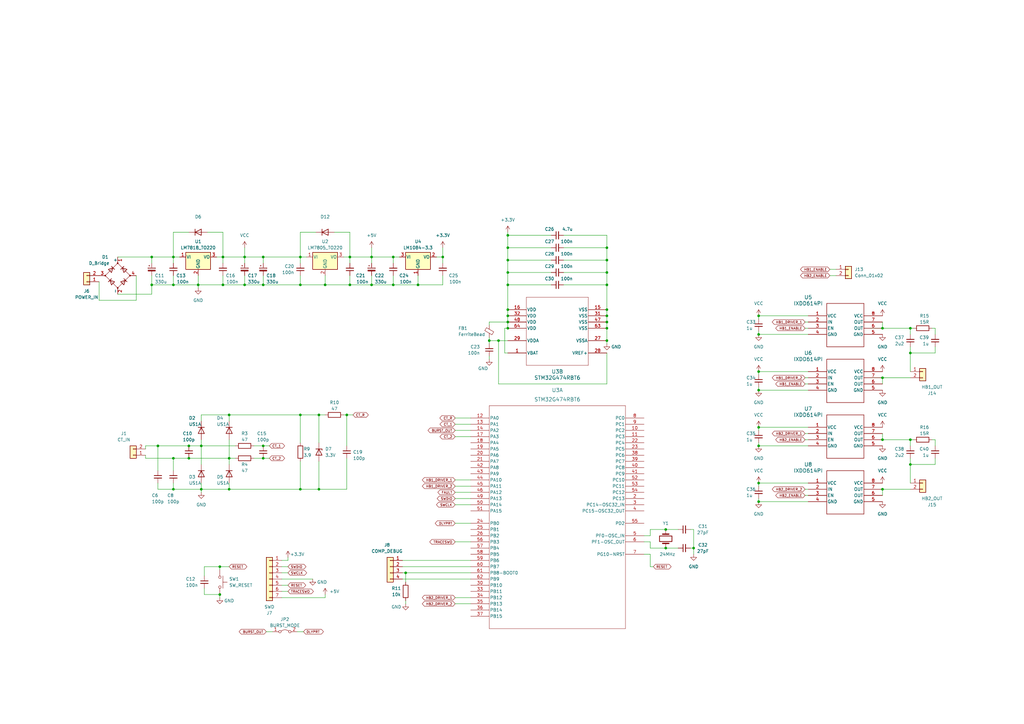
<source format=kicad_sch>
(kicad_sch (version 20230121) (generator eeschema)
  (paper "A3")
  (junction (at 208.28 106.68))
  (junction (at 62.23 105.41))
  (junction (at 311.15 175.26))
  (junction (at 311.15 160.02))
  (junction (at 273.05 217.17))
  (junction (at 208.28 132.08))
  (junction (at 107.95 105.41))
  (junction (at 248.92 132.08))
  (junction (at 90.17 232.41))
  (junction (at 248.92 111.76))
  (junction (at 284.48 224.79))
  (junction (at 171.45 116.84))
  (junction (at 311.15 152.4))
  (junction (at 204.47 139.7))
  (junction (at 361.95 134.62))
  (junction (at 373.38 180.34))
  (junction (at 82.55 200.66))
  (junction (at 143.51 116.84))
  (junction (at 107.95 187.96))
  (junction (at 100.33 105.41))
  (junction (at 248.92 116.84))
  (junction (at 90.17 243.84))
  (junction (at 248.92 129.54))
  (junction (at 123.19 105.41))
  (junction (at 161.29 116.84))
  (junction (at 93.98 170.18))
  (junction (at 107.95 182.88))
  (junction (at 200.66 139.7))
  (junction (at 133.35 116.84))
  (junction (at 62.23 116.84))
  (junction (at 77.47 182.88))
  (junction (at 91.44 116.84))
  (junction (at 64.77 182.88))
  (junction (at 208.28 101.6))
  (junction (at 311.15 129.54))
  (junction (at 91.44 105.41))
  (junction (at 208.28 134.62))
  (junction (at 123.19 116.84))
  (junction (at 152.4 116.84))
  (junction (at 71.12 105.41))
  (junction (at 373.38 134.62))
  (junction (at 361.95 200.66))
  (junction (at 311.15 198.12))
  (junction (at 71.12 200.66))
  (junction (at 273.05 224.79))
  (junction (at 152.4 105.41))
  (junction (at 248.92 106.68))
  (junction (at 248.92 127))
  (junction (at 248.92 101.6))
  (junction (at 143.51 105.41))
  (junction (at 311.15 182.88))
  (junction (at 142.24 170.18))
  (junction (at 248.92 134.62))
  (junction (at 82.55 182.88))
  (junction (at 166.37 234.95))
  (junction (at 93.98 200.66))
  (junction (at 71.12 187.96))
  (junction (at 373.38 144.78))
  (junction (at 208.28 116.84))
  (junction (at 77.47 187.96))
  (junction (at 361.95 180.34))
  (junction (at 208.28 127))
  (junction (at 100.33 116.84))
  (junction (at 107.95 116.84))
  (junction (at 81.28 116.84))
  (junction (at 130.81 200.66))
  (junction (at 311.15 205.74))
  (junction (at 208.28 96.52))
  (junction (at 123.19 170.18))
  (junction (at 361.95 154.94))
  (junction (at 208.28 129.54))
  (junction (at 248.92 139.7))
  (junction (at 93.98 187.96))
  (junction (at 71.12 116.84))
  (junction (at 161.29 105.41))
  (junction (at 373.38 190.5))
  (junction (at 311.15 137.16))
  (junction (at 130.81 170.18))
  (junction (at 208.28 111.76))
  (junction (at 123.19 200.66))
  (junction (at 181.61 105.41))
  (wire (pts (xy 186.69 171.45) (xy 193.04 171.45)))
  (wire (pts (xy 331.47 129.54) (xy 311.15 129.54)))
  (wire (pts (xy 115.57 229.87) (xy 118.11 229.87)))
  (wire (pts (xy 264.16 219.71) (xy 266.7 219.71)))
  (wire (pts (xy 91.44 116.84) (xy 100.33 116.84)))
  (wire (pts (xy 104.14 187.96) (xy 107.95 187.96)))
  (wire (pts (xy 59.69 186.69) (xy 59.69 187.96)))
  (wire (pts (xy 311.15 198.12) (xy 311.15 199.39)))
  (wire (pts (xy 83.82 241.3) (xy 83.82 243.84)))
  (wire (pts (xy 273.05 217.17) (xy 278.13 217.17)))
  (wire (pts (xy 81.28 113.03) (xy 81.28 116.84)))
  (wire (pts (xy 93.98 198.12) (xy 93.98 200.66)))
  (wire (pts (xy 231.14 106.68) (xy 248.92 106.68)))
  (wire (pts (xy 123.19 105.41) (xy 123.19 107.95)))
  (wire (pts (xy 208.28 132.08) (xy 208.28 134.62)))
  (wire (pts (xy 142.24 170.18) (xy 140.97 170.18)))
  (wire (pts (xy 142.24 187.96) (xy 142.24 200.66)))
  (wire (pts (xy 123.19 113.03) (xy 123.19 116.84)))
  (wire (pts (xy 248.92 139.7) (xy 248.92 140.97)))
  (wire (pts (xy 331.47 198.12) (xy 311.15 198.12)))
  (wire (pts (xy 208.28 95.25) (xy 208.28 96.52)))
  (wire (pts (xy 373.38 187.96) (xy 373.38 190.5)))
  (wire (pts (xy 77.47 187.96) (xy 93.98 187.96)))
  (wire (pts (xy 248.92 129.54) (xy 248.92 132.08)))
  (wire (pts (xy 107.95 113.03) (xy 107.95 116.84)))
  (wire (pts (xy 204.47 157.48) (xy 204.47 139.7)))
  (wire (pts (xy 311.15 175.26) (xy 331.47 175.26)))
  (wire (pts (xy 152.4 105.41) (xy 143.51 105.41)))
  (wire (pts (xy 82.55 170.18) (xy 93.98 170.18)))
  (wire (pts (xy 71.12 116.84) (xy 62.23 116.84)))
  (wire (pts (xy 104.14 182.88) (xy 107.95 182.88)))
  (wire (pts (xy 208.28 144.78) (xy 207.01 144.78)))
  (wire (pts (xy 107.95 105.41) (xy 123.19 105.41)))
  (wire (pts (xy 152.4 116.84) (xy 152.4 113.03)))
  (wire (pts (xy 166.37 234.95) (xy 166.37 238.76)))
  (wire (pts (xy 330.2 180.34) (xy 331.47 180.34)))
  (wire (pts (xy 383.54 182.88) (xy 383.54 180.34)))
  (wire (pts (xy 142.24 170.18) (xy 144.78 170.18)))
  (wire (pts (xy 77.47 95.25) (xy 71.12 95.25)))
  (wire (pts (xy 123.19 95.25) (xy 123.19 105.41)))
  (wire (pts (xy 186.69 199.39) (xy 193.04 199.39)))
  (wire (pts (xy 361.95 200.66) (xy 373.38 200.66)))
  (wire (pts (xy 130.81 189.23) (xy 130.81 200.66)))
  (wire (pts (xy 373.38 190.5) (xy 373.38 198.12)))
  (wire (pts (xy 383.54 187.96) (xy 383.54 190.5)))
  (wire (pts (xy 91.44 113.03) (xy 91.44 116.84)))
  (wire (pts (xy 330.2 157.48) (xy 331.47 157.48)))
  (wire (pts (xy 121.92 259.08) (xy 124.46 259.08)))
  (wire (pts (xy 373.38 180.34) (xy 374.65 180.34)))
  (wire (pts (xy 266.7 222.25) (xy 266.7 224.79)))
  (wire (pts (xy 130.81 200.66) (xy 142.24 200.66)))
  (wire (pts (xy 186.69 245.11) (xy 193.04 245.11)))
  (wire (pts (xy 140.97 105.41) (xy 143.51 105.41)))
  (wire (pts (xy 93.98 187.96) (xy 96.52 187.96)))
  (wire (pts (xy 383.54 137.16) (xy 383.54 134.62)))
  (wire (pts (xy 130.81 170.18) (xy 130.81 181.61)))
  (wire (pts (xy 181.61 113.03) (xy 181.61 116.84)))
  (wire (pts (xy 123.19 170.18) (xy 123.19 181.61)))
  (wire (pts (xy 231.14 116.84) (xy 248.92 116.84)))
  (wire (pts (xy 361.95 154.94) (xy 361.95 157.48)))
  (wire (pts (xy 373.38 142.24) (xy 373.38 144.78)))
  (wire (pts (xy 361.95 134.62) (xy 373.38 134.62)))
  (wire (pts (xy 231.14 96.52) (xy 248.92 96.52)))
  (wire (pts (xy 181.61 116.84) (xy 171.45 116.84)))
  (wire (pts (xy 200.66 146.05) (xy 200.66 147.32)))
  (wire (pts (xy 82.55 200.66) (xy 82.55 198.12)))
  (wire (pts (xy 311.15 160.02) (xy 331.47 160.02)))
  (wire (pts (xy 165.1 229.87) (xy 193.04 229.87)))
  (wire (pts (xy 59.69 184.15) (xy 59.69 182.88)))
  (wire (pts (xy 118.11 229.87) (xy 118.11 228.6)))
  (wire (pts (xy 125.73 105.41) (xy 123.19 105.41)))
  (wire (pts (xy 330.2 154.94) (xy 331.47 154.94)))
  (wire (pts (xy 208.28 111.76) (xy 226.06 111.76)))
  (wire (pts (xy 311.15 176.53) (xy 311.15 175.26)))
  (wire (pts (xy 207.01 134.62) (xy 208.28 134.62)))
  (wire (pts (xy 100.33 101.6) (xy 100.33 105.41)))
  (wire (pts (xy 264.16 222.25) (xy 266.7 222.25)))
  (wire (pts (xy 90.17 243.84) (xy 90.17 245.11)))
  (wire (pts (xy 62.23 105.41) (xy 62.23 107.95)))
  (wire (pts (xy 330.2 134.62) (xy 331.47 134.62)))
  (wire (pts (xy 91.44 105.41) (xy 91.44 107.95)))
  (wire (pts (xy 123.19 189.23) (xy 123.19 200.66)))
  (wire (pts (xy 186.69 214.63) (xy 193.04 214.63)))
  (wire (pts (xy 115.57 237.49) (xy 128.27 237.49)))
  (wire (pts (xy 93.98 232.41) (xy 90.17 232.41)))
  (wire (pts (xy 273.05 224.79) (xy 278.13 224.79)))
  (wire (pts (xy 311.15 152.4) (xy 311.15 153.67)))
  (wire (pts (xy 90.17 232.41) (xy 90.17 233.68)))
  (wire (pts (xy 40.64 115.57) (xy 40.64 123.19)))
  (wire (pts (xy 123.19 116.84) (xy 133.35 116.84)))
  (wire (pts (xy 373.38 144.78) (xy 383.54 144.78)))
  (wire (pts (xy 340.36 110.49) (xy 342.9 110.49)))
  (wire (pts (xy 100.33 113.03) (xy 100.33 116.84)))
  (wire (pts (xy 264.16 227.33) (xy 266.7 227.33)))
  (wire (pts (xy 248.92 134.62) (xy 248.92 139.7)))
  (wire (pts (xy 165.1 237.49) (xy 193.04 237.49)))
  (wire (pts (xy 283.21 217.17) (xy 284.48 217.17)))
  (wire (pts (xy 186.69 204.47) (xy 193.04 204.47)))
  (wire (pts (xy 123.19 200.66) (xy 130.81 200.66)))
  (wire (pts (xy 361.95 154.94) (xy 373.38 154.94)))
  (wire (pts (xy 208.28 96.52) (xy 226.06 96.52)))
  (wire (pts (xy 133.35 243.84) (xy 133.35 245.11)))
  (wire (pts (xy 71.12 116.84) (xy 81.28 116.84)))
  (wire (pts (xy 186.69 173.99) (xy 193.04 173.99)))
  (wire (pts (xy 129.54 95.25) (xy 123.19 95.25)))
  (wire (pts (xy 208.28 106.68) (xy 226.06 106.68)))
  (wire (pts (xy 186.69 207.01) (xy 193.04 207.01)))
  (wire (pts (xy 115.57 242.57) (xy 118.11 242.57)))
  (wire (pts (xy 83.82 243.84) (xy 90.17 243.84)))
  (wire (pts (xy 266.7 217.17) (xy 273.05 217.17)))
  (wire (pts (xy 152.4 101.6) (xy 152.4 105.41)))
  (wire (pts (xy 59.69 187.96) (xy 71.12 187.96)))
  (wire (pts (xy 231.14 111.76) (xy 248.92 111.76)))
  (wire (pts (xy 373.38 180.34) (xy 373.38 182.88)))
  (wire (pts (xy 115.57 232.41) (xy 118.11 232.41)))
  (wire (pts (xy 181.61 105.41) (xy 181.61 107.95)))
  (wire (pts (xy 283.21 224.79) (xy 284.48 224.79)))
  (wire (pts (xy 248.92 132.08) (xy 248.92 134.62)))
  (wire (pts (xy 231.14 101.6) (xy 248.92 101.6)))
  (wire (pts (xy 100.33 105.41) (xy 107.95 105.41)))
  (wire (pts (xy 373.38 144.78) (xy 373.38 152.4)))
  (wire (pts (xy 82.55 182.88) (xy 82.55 190.5)))
  (wire (pts (xy 161.29 113.03) (xy 161.29 116.84)))
  (wire (pts (xy 100.33 107.95) (xy 100.33 105.41)))
  (wire (pts (xy 361.95 200.66) (xy 361.95 203.2)))
  (wire (pts (xy 109.22 259.08) (xy 111.76 259.08)))
  (wire (pts (xy 91.44 105.41) (xy 100.33 105.41)))
  (wire (pts (xy 165.1 234.95) (xy 166.37 234.95)))
  (wire (pts (xy 77.47 182.88) (xy 82.55 182.88)))
  (wire (pts (xy 208.28 116.84) (xy 208.28 111.76)))
  (wire (pts (xy 248.92 144.78) (xy 248.92 157.48)))
  (wire (pts (xy 71.12 95.25) (xy 71.12 105.41)))
  (wire (pts (xy 82.55 170.18) (xy 82.55 172.72)))
  (wire (pts (xy 248.92 127) (xy 248.92 129.54)))
  (wire (pts (xy 207.01 144.78) (xy 207.01 134.62)))
  (wire (pts (xy 59.69 182.88) (xy 64.77 182.88)))
  (wire (pts (xy 373.38 134.62) (xy 374.65 134.62)))
  (wire (pts (xy 330.2 200.66) (xy 331.47 200.66)))
  (wire (pts (xy 208.28 116.84) (xy 226.06 116.84)))
  (wire (pts (xy 208.28 129.54) (xy 208.28 132.08)))
  (wire (pts (xy 93.98 187.96) (xy 93.98 190.5)))
  (wire (pts (xy 133.35 170.18) (xy 130.81 170.18)))
  (wire (pts (xy 361.95 180.34) (xy 373.38 180.34)))
  (wire (pts (xy 133.35 113.03) (xy 133.35 116.84)))
  (wire (pts (xy 311.15 181.61) (xy 311.15 182.88)))
  (wire (pts (xy 133.35 116.84) (xy 143.51 116.84)))
  (wire (pts (xy 143.51 95.25) (xy 143.51 105.41)))
  (wire (pts (xy 179.07 105.41) (xy 181.61 105.41)))
  (wire (pts (xy 107.95 116.84) (xy 123.19 116.84)))
  (wire (pts (xy 115.57 234.95) (xy 118.11 234.95)))
  (wire (pts (xy 330.2 203.2) (xy 331.47 203.2)))
  (wire (pts (xy 186.69 247.65) (xy 193.04 247.65)))
  (wire (pts (xy 143.51 116.84) (xy 152.4 116.84)))
  (wire (pts (xy 361.95 132.08) (xy 361.95 134.62)))
  (wire (pts (xy 331.47 152.4) (xy 311.15 152.4)))
  (wire (pts (xy 200.66 133.35) (xy 200.66 132.08)))
  (wire (pts (xy 93.98 200.66) (xy 123.19 200.66)))
  (wire (pts (xy 248.92 106.68) (xy 248.92 111.76)))
  (wire (pts (xy 64.77 198.12) (xy 64.77 200.66)))
  (wire (pts (xy 71.12 187.96) (xy 71.12 193.04)))
  (wire (pts (xy 373.38 134.62) (xy 373.38 137.16)))
  (wire (pts (xy 373.38 190.5) (xy 383.54 190.5)))
  (wire (pts (xy 152.4 105.41) (xy 161.29 105.41)))
  (wire (pts (xy 82.55 182.88) (xy 96.52 182.88)))
  (wire (pts (xy 340.36 113.03) (xy 342.9 113.03)))
  (wire (pts (xy 64.77 193.04) (xy 64.77 182.88)))
  (wire (pts (xy 311.15 205.74) (xy 331.47 205.74)))
  (wire (pts (xy 48.26 120.65) (xy 62.23 120.65)))
  (wire (pts (xy 82.55 200.66) (xy 82.55 201.93)))
  (wire (pts (xy 311.15 158.75) (xy 311.15 160.02)))
  (wire (pts (xy 284.48 224.79) (xy 284.48 227.33)))
  (wire (pts (xy 93.98 170.18) (xy 123.19 170.18)))
  (wire (pts (xy 93.98 170.18) (xy 93.98 172.72)))
  (wire (pts (xy 143.51 105.41) (xy 143.51 107.95)))
  (wire (pts (xy 40.64 123.19) (xy 55.88 123.19)))
  (wire (pts (xy 83.82 232.41) (xy 83.82 236.22)))
  (wire (pts (xy 165.1 232.41) (xy 193.04 232.41)))
  (wire (pts (xy 248.92 101.6) (xy 248.92 106.68)))
  (wire (pts (xy 71.12 113.03) (xy 71.12 116.84)))
  (wire (pts (xy 107.95 182.88) (xy 110.49 182.88)))
  (wire (pts (xy 331.47 137.16) (xy 311.15 137.16)))
  (wire (pts (xy 266.7 232.41) (xy 267.97 232.41)))
  (wire (pts (xy 200.66 139.7) (xy 204.47 139.7)))
  (wire (pts (xy 356.87 154.94) (xy 361.95 154.94)))
  (wire (pts (xy 107.95 187.96) (xy 110.49 187.96)))
  (wire (pts (xy 208.28 127) (xy 208.28 116.84)))
  (wire (pts (xy 208.28 101.6) (xy 226.06 101.6)))
  (wire (pts (xy 311.15 129.54) (xy 311.15 130.81)))
  (wire (pts (xy 383.54 180.34) (xy 382.27 180.34)))
  (wire (pts (xy 383.54 134.62) (xy 382.27 134.62)))
  (wire (pts (xy 161.29 105.41) (xy 161.29 107.95)))
  (wire (pts (xy 266.7 219.71) (xy 266.7 217.17)))
  (wire (pts (xy 93.98 200.66) (xy 82.55 200.66)))
  (wire (pts (xy 81.28 118.11) (xy 81.28 116.84)))
  (wire (pts (xy 137.16 95.25) (xy 143.51 95.25)))
  (wire (pts (xy 200.66 132.08) (xy 208.28 132.08)))
  (wire (pts (xy 166.37 234.95) (xy 193.04 234.95)))
  (wire (pts (xy 152.4 107.95) (xy 152.4 105.41)))
  (wire (pts (xy 248.92 157.48) (xy 204.47 157.48)))
  (wire (pts (xy 85.09 95.25) (xy 91.44 95.25)))
  (wire (pts (xy 200.66 139.7) (xy 200.66 140.97)))
  (wire (pts (xy 71.12 105.41) (xy 73.66 105.41)))
  (wire (pts (xy 200.66 138.43) (xy 200.66 139.7)))
  (wire (pts (xy 248.92 111.76) (xy 248.92 116.84)))
  (wire (pts (xy 171.45 113.03) (xy 171.45 116.84)))
  (wire (pts (xy 311.15 204.47) (xy 311.15 205.74)))
  (wire (pts (xy 208.28 127) (xy 208.28 129.54)))
  (wire (pts (xy 90.17 232.41) (xy 83.82 232.41)))
  (wire (pts (xy 204.47 139.7) (xy 208.28 139.7)))
  (wire (pts (xy 181.61 101.6) (xy 181.61 105.41)))
  (wire (pts (xy 62.23 120.65) (xy 62.23 116.84)))
  (wire (pts (xy 356.87 134.62) (xy 361.95 134.62)))
  (wire (pts (xy 186.69 179.07) (xy 193.04 179.07)))
  (wire (pts (xy 208.28 106.68) (xy 208.28 101.6)))
  (wire (pts (xy 248.92 116.84) (xy 248.92 127)))
  (wire (pts (xy 64.77 200.66) (xy 71.12 200.66)))
  (wire (pts (xy 130.81 170.18) (xy 123.19 170.18)))
  (wire (pts (xy 107.95 107.95) (xy 107.95 105.41)))
  (wire (pts (xy 330.2 177.8) (xy 331.47 177.8)))
  (wire (pts (xy 208.28 96.52) (xy 208.28 101.6)))
  (wire (pts (xy 133.35 245.11) (xy 115.57 245.11)))
  (wire (pts (xy 82.55 180.34) (xy 82.55 182.88)))
  (wire (pts (xy 186.69 222.25) (xy 193.04 222.25)))
  (wire (pts (xy 186.69 201.93) (xy 193.04 201.93)))
  (wire (pts (xy 311.15 137.16) (xy 311.15 135.89)))
  (wire (pts (xy 62.23 116.84) (xy 62.23 113.03)))
  (wire (pts (xy 142.24 182.88) (xy 142.24 170.18)))
  (wire (pts (xy 91.44 95.25) (xy 91.44 105.41)))
  (wire (pts (xy 166.37 246.38) (xy 166.37 247.65)))
  (wire (pts (xy 186.69 176.53) (xy 193.04 176.53)))
  (wire (pts (xy 71.12 107.95) (xy 71.12 105.41)))
  (wire (pts (xy 186.69 196.85) (xy 193.04 196.85)))
  (wire (pts (xy 248.92 96.52) (xy 248.92 101.6)))
  (wire (pts (xy 143.51 113.03) (xy 143.51 116.84)))
  (wire (pts (xy 71.12 200.66) (xy 82.55 200.66)))
  (wire (pts (xy 55.88 123.19) (xy 55.88 113.03)))
  (wire (pts (xy 88.9 105.41) (xy 91.44 105.41)))
  (wire (pts (xy 208.28 111.76) (xy 208.28 106.68)))
  (wire (pts (xy 71.12 198.12) (xy 71.12 200.66)))
  (wire (pts (xy 81.28 116.84) (xy 91.44 116.84)))
  (wire (pts (xy 383.54 142.24) (xy 383.54 144.78)))
  (wire (pts (xy 161.29 116.84) (xy 171.45 116.84)))
  (wire (pts (xy 71.12 187.96) (xy 77.47 187.96)))
  (wire (pts (xy 62.23 105.41) (xy 71.12 105.41)))
  (wire (pts (xy 48.26 105.41) (xy 62.23 105.41)))
  (wire (pts (xy 100.33 116.84) (xy 107.95 116.84)))
  (wire (pts (xy 330.2 132.08) (xy 331.47 132.08)))
  (wire (pts (xy 284.48 217.17) (xy 284.48 224.79)))
  (wire (pts (xy 361.95 177.8) (xy 361.95 180.34)))
  (wire (pts (xy 266.7 224.79) (xy 273.05 224.79)))
  (wire (pts (xy 161.29 105.41) (xy 163.83 105.41)))
  (wire (pts (xy 266.7 227.33) (xy 266.7 232.41)))
  (wire (pts (xy 93.98 180.34) (xy 93.98 187.96)))
  (wire (pts (xy 152.4 116.84) (xy 161.29 116.84)))
  (wire (pts (xy 64.77 182.88) (xy 77.47 182.88)))
  (wire (pts (xy 311.15 182.88) (xy 331.47 182.88)))
  (wire (pts (xy 115.57 240.03) (xy 118.11 240.03)))
  (global_label "CT_2" (shape bidirectional) (at 110.49 187.96 0) (effects (font (size 1 1))) (property "Intersheetrefs" "${INTERSHEET_REFS}" (effects hide)))
  (global_label "RESET" (shape bidirectional) (at 118.11 240.03 0) (effects (font (size 1 1))) (property "Intersheetrefs" "${INTERSHEET_REFS}" (effects hide)))
  (global_label "RESET" (shape bidirectional) (at 93.98 232.41 0) (effects (font (size 1 1))) (property "Intersheetrefs" "${INTERSHEET_REFS}" (effects hide)))
  (global_label "BURST_OUT" (shape bidirectional) (at 109.22 259.08 180) (effects (font (size 1 1))) (property "Intersheetrefs" "${INTERSHEET_REFS}" (effects hide)))
  (global_label "HB1_DRIVER_2" (shape bidirectional) (at 186.69 199.39 180) (effects (font (size 1 1))) (property "Intersheetrefs" "${INTERSHEET_REFS}" (effects hide)))
  (global_label "SWDIO" (shape bidirectional) (at 118.11 232.41 0) (effects (font (size 1 1))) (property "Intersheetrefs" "${INTERSHEET_REFS}" (effects hide)))
  (global_label "RESET" (shape bidirectional) (at 267.97 232.41 0) (effects (font (size 1 1))) (property "Intersheetrefs" "${INTERSHEET_REFS}" (effects hide)))
  (global_label "HB1_DRIVER_1" (shape bidirectional) (at 330.2 132.08 180) (effects (font (size 1 1))) (property "Intersheetrefs" "${INTERSHEET_REFS}" (effects hide)))
  (global_label "CT_R" (shape bidirectional) (at 186.69 171.45 180) (effects (font (size 1 1))) (property "Intersheetrefs" "${INTERSHEET_REFS}" (effects hide)))
  (global_label "DLYPRT" (shape bidirectional) (at 186.69 214.63 180) (effects (font (size 1 1))) (property "Intersheetrefs" "${INTERSHEET_REFS}" (effects hide)))
  (global_label "SWCLK" (shape bidirectional) (at 186.69 207.01 180) (effects (font (size 1 1))) (property "Intersheetrefs" "${INTERSHEET_REFS}" (effects hide)))
  (global_label "BURST_OUT" (shape bidirectional) (at 186.69 176.53 180) (effects (font (size 1 1))) (property "Intersheetrefs" "${INTERSHEET_REFS}" (effects hide)))
  (global_label "HB1_DRIVER_2" (shape bidirectional) (at 330.2 154.94 180) (effects (font (size 1 1))) (property "Intersheetrefs" "${INTERSHEET_REFS}" (effects hide)))
  (global_label "HB1_DRIVER_1" (shape bidirectional) (at 186.69 196.85 180) (effects (font (size 1 1))) (property "Intersheetrefs" "${INTERSHEET_REFS}" (effects hide)))
  (global_label "SWCLK" (shape bidirectional) (at 118.11 234.95 0) (effects (font (size 1 1))) (property "Intersheetrefs" "${INTERSHEET_REFS}" (effects hide)))
  (global_label "HB2_DRIVER_1" (shape bidirectional) (at 186.69 245.11 180) (effects (font (size 1 1))) (property "Intersheetrefs" "${INTERSHEET_REFS}" (effects hide)))
  (global_label "HB2_ENABLE" (shape bidirectional) (at 340.36 113.03 180) (effects (font (size 1 1))) (property "Intersheetrefs" "${INTERSHEET_REFS}" (effects hide)))
  (global_label "TRACESWO" (shape bidirectional) (at 186.69 222.25 180) (effects (font (size 1 1))) (property "Intersheetrefs" "${INTERSHEET_REFS}" (effects hide)))
  (global_label "HB2_DRIVER_1" (shape bidirectional) (at 330.2 177.8 180) (effects (font (size 1 1))) (property "Intersheetrefs" "${INTERSHEET_REFS}" (effects hide)))
  (global_label "DLYPRT" (shape bidirectional) (at 124.46 259.08 0) (effects (font (size 1 1))) (property "Intersheetrefs" "${INTERSHEET_REFS}" (effects hide)))
  (global_label "CT_2" (shape bidirectional) (at 186.69 179.07 180) (effects (font (size 1 1))) (property "Intersheetrefs" "${INTERSHEET_REFS}" (effects hide)))
  (global_label "HB1_ENABLE" (shape bidirectional) (at 330.2 157.48 180) (effects (font (size 1 1))) (property "Intersheetrefs" "${INTERSHEET_REFS}" (effects hide)))
  (global_label "HB1_ENABLE" (shape bidirectional) (at 330.2 134.62 180) (effects (font (size 1 1))) (property "Intersheetrefs" "${INTERSHEET_REFS}" (effects hide)))
  (global_label "CT_1" (shape bidirectional) (at 186.69 173.99 180) (effects (font (size 1 1))) (property "Intersheetrefs" "${INTERSHEET_REFS}" (effects hide)))
  (global_label "FAULT" (shape bidirectional) (at 186.69 201.93 180) (effects (font (size 1 1))) (property "Intersheetrefs" "${INTERSHEET_REFS}" (effects hide)))
  (global_label "HB2_DRIVER_2" (shape bidirectional) (at 330.2 200.66 180) (effects (font (size 1 1))) (property "Intersheetrefs" "${INTERSHEET_REFS}" (effects hide)))
  (global_label "HB1_ENABLE" (shape bidirectional) (at 340.36 110.49 180) (effects (font (size 1 1))) (property "Intersheetrefs" "${INTERSHEET_REFS}" (effects hide)))
  (global_label "HB2_ENABLE" (shape bidirectional) (at 330.2 203.2 180) (effects (font (size 1 1))) (property "Intersheetrefs" "${INTERSHEET_REFS}" (effects hide)))
  (global_label "HB2_ENABLE" (shape bidirectional) (at 330.2 180.34 180) (effects (font (size 1 1))) (property "Intersheetrefs" "${INTERSHEET_REFS}" (effects hide)))
  (global_label "CT_1" (shape bidirectional) (at 110.49 182.88 0) (effects (font (size 1 1))) (property "Intersheetrefs" "${INTERSHEET_REFS}" (effects hide)))
  (global_label "TRACESWO" (shape bidirectional) (at 118.11 242.57 0) (effects (font (size 1 1))) (property "Intersheetrefs" "${INTERSHEET_REFS}" (effects hide)))
  (global_label "HB2_DRIVER_2" (shape bidirectional) (at 186.69 247.65 180) (effects (font (size 1 1))) (property "Intersheetrefs" "${INTERSHEET_REFS}" (effects hide)))
  (global_label "CT_R" (shape bidirectional) (at 144.78 170.18 0) (effects (font (size 1 1))) (property "Intersheetrefs" "${INTERSHEET_REFS}" (effects hide)))
  (global_label "SWDIO" (shape bidirectional) (at 186.69 204.47 180) (effects (font (size 1 1))) (property "Intersheetrefs" "${INTERSHEET_REFS}" (effects hide)))
  (symbol (lib_id "Device:C_Small") (at 107.95 185.42 0) (unit 1)
    (property "Reference" "C15" (at 105.41 177.8 0) (effects (justify left)))
    (property "Value" "100p" (at 105.41 180.34 0) (effects (justify left)))
    (property "Footprint" "Capacitor_SMD:C_1206_3216Metric_Pad1.33x1.80mm_HandSolder" (effects hide))
  )
  (symbol (lib_id "power:+3.3V") (at 208.28 95.25 0) (unit 1)
    (property "Reference" "#PWR020" (effects hide))
    (property "Value" "+3.3V" (at 208.28 90.17 0))
  )
  (symbol (lib_name "IXDD614PI_1") (lib_id "Gate_Driver:IXDD614PI") (at 331.47 198.12 0) (unit 1)
    (property "Reference" "U8" (at 331.47 190.5 0) (effects (font (size 1.524 1.524))))
    (property "Value" "IXDD614PI" (at 331.47 193.04 0) (effects (font (size 1.524 1.524))))
    (property "Footprint" "Package_DIP:DIP-8_W7.62mm_Socket" (effects hide))
    (property "Datasheet" "IXDD614PI" (effects hide))
  )
  (symbol (lib_id "MCU_ST_STM32G4:STM32G474RBT6") (at 193.04 171.45 0) (unit 1)
    (property "Reference" "U3" (at 228.6 160.02 0) (effects (font (size 1.524 1.524))))
    (property "Value" "STM32G474RBT6" (at 228.6 163.83 0) (effects (font (size 1.524 1.524))))
    (property "Footprint" "Package_QFP:LQFP-64_10x10mm_P0.5mm" (effects hide))
    (property "Datasheet" "STM32G474RBT6" (effects hide))
  )
  (symbol (lib_id "Regulator_Linear:LM7805_TO220") (at 133.35 105.41 0) (unit 1)
    (property "Reference" "U2" (at 133.35 99.06 0))
    (property "Value" "LM7805_TO220" (at 133.35 101.6 0))
    (property "Footprint" "Package_TO_SOT_THT:TO-220-3_Vertical" (effects hide))
    (property "Datasheet" "https://www.onsemi.cn/PowerSolutions/document/MC7800-D.PDF" (effects hide))
  )
  (symbol (lib_id "Connector_Generic:Conn_01x02") (at 378.46 198.12 0) (unit 1)
    (property "Reference" "J15" (at 382.27 207.01 0))
    (property "Value" "HB2_OUT" (at 382.27 204.47 0))
    (property "Footprint" "TerminalBlock:TerminalBlock_bornier-2_P5.08mm" (effects hide))
  )
  (symbol (lib_id "power:GND") (at 284.48 227.33 0) (unit 1)
    (property "Reference" "#PWR024" (effects hide))
    (property "Value" "GND" (at 284.48 232.41 0))
  )
  (symbol (lib_id "Diode:US1A") (at 82.55 194.31 270) (unit 1)
    (property "Reference" "D3" (at 77.47 195.58 90) (effects (justify left)))
    (property "Value" "US1A" (at 77.47 198.12 90) (effects (justify left)))
    (property "Footprint" "Diode_SMD:D_SMA_Handsoldering" (effects hide))
    (property "Datasheet" "https://www.diodes.com/assets/Datasheets/ds16008.pdf" (effects hide))
    (property "Sim.Device" "D" (effects hide))
    (property "Sim.Pins" "1=K 2=A" (effects hide))
  )
  (symbol (lib_id "Device:C_Small") (at 181.61 110.49 180) (unit 1)
    (property "Reference" "C25" (at 187.96 113.03 0) (effects (justify left)))
    (property "Value" "100n" (at 189.23 115.57 0) (effects (justify left)))
    (property "Footprint" "Capacitor_SMD:C_1206_3216Metric_Pad1.33x1.80mm_HandSolder" (effects hide))
  )
  (symbol (lib_id "power:GND") (at 311.15 137.16 0) (unit 1)
    (property "Reference" "#PWR030" (effects hide))
    (property "Value" "GND" (at 311.15 142.24 0))
  )
  (symbol (lib_id "Device:R") (at 137.16 170.18 90) (unit 1)
    (property "Reference" "R10" (at 137.16 165.1 90))
    (property "Value" "47" (at 137.16 167.64 90))
    (property "Footprint" "Resistor_SMD:R_1206_3216Metric_Pad1.30x1.75mm_HandSolder" (effects hide))
  )
  (symbol (lib_id "Device:C_Small") (at 161.29 110.49 180) (unit 1)
    (property "Reference" "C24" (at 167.64 113.03 0) (effects (justify left)))
    (property "Value" "100n" (at 168.91 115.57 0) (effects (justify left)))
    (property "Footprint" "Capacitor_SMD:C_1206_3216Metric_Pad1.33x1.80mm_HandSolder" (effects hide))
  )
  (symbol (lib_name "IXDD614PI_1") (lib_id "Gate_Driver:IXDD614PI") (at 331.47 152.4 0) (unit 1)
    (property "Reference" "U6" (at 331.47 144.78 0) (effects (font (size 1.524 1.524))))
    (property "Value" "IXDD614PI" (at 331.47 147.32 0) (effects (font (size 1.524 1.524))))
    (property "Footprint" "Package_DIP:DIP-8_W7.62mm_Socket" (effects hide))
    (property "Datasheet" "IXDD614PI" (effects hide))
  )
  (symbol (lib_name "IXDD614PI_1") (lib_id "Gate_Driver:IXDD614PI") (at 331.47 175.26 0) (unit 1)
    (property "Reference" "U7" (at 331.47 167.64 0) (effects (font (size 1.524 1.524))))
    (property "Value" "IXDD614PI" (at 331.47 170.18 0) (effects (font (size 1.524 1.524))))
    (property "Footprint" "Package_DIP:DIP-8_W7.62mm_Socket" (effects hide))
    (property "Datasheet" "IXDD614PI" (effects hide))
  )
  (symbol (lib_id "Jumper:Jumper_2_Bridged") (at 116.84 259.08 0) (unit 1)
    (property "Reference" "JP2" (at 116.84 254 0))
    (property "Value" "BURST_MODE" (at 116.84 256.54 0))
    (property "Footprint" "Connector_PinHeader_2.54mm:PinHeader_1x02_P2.54mm_Vertical" (effects hide))
  )
  (symbol (lib_id "Device:C_Small") (at 373.38 139.7 180) (unit 1)
    (property "Reference" "C37" (at 370.84 138.43 0) (effects (justify left)))
    (property "Value" "2u2" (at 370.84 140.97 0) (effects (justify left)))
    (property "Footprint" "Capacitor_SMD:C_1206_3216Metric_Pad1.33x1.80mm_HandSolder" (effects hide))
  )
  (symbol (lib_id "power:GND") (at 82.55 201.93 0) (unit 1)
    (property "Reference" "#PWR07" (effects hide))
    (property "Value" "GND" (at 82.55 207.01 0))
  )
  (symbol (lib_id "power:VCC") (at 361.95 152.4 0) (unit 1)
    (property "Reference" "#PWR039" (effects hide))
    (property "Value" "VCC" (at 361.95 147.32 0))
  )
  (symbol (lib_id "power:GND") (at 248.92 140.97 0) (unit 1)
    (property "Reference" "#PWR022" (effects hide))
    (property "Value" "GND" (at 252.73 142.24 0))
  )
  (symbol (lib_id "Device:D_Zener") (at 130.81 185.42 270) (unit 1)
    (property "Reference" "D7" (at 133.35 184.15 90) (effects (justify left)))
    (property "Value" "3.3V" (at 133.35 186.69 90) (effects (justify left)))
    (property "Footprint" "Diode_SMD:D_SMA_Handsoldering" (effects hide))
  )
  (symbol (lib_id "Connector_Generic:Conn_01x02") (at 347.98 110.49 0) (unit 1)
    (property "Reference" "J13" (at 350.52 110.49 0) (effects (justify left)))
    (property "Value" "Conn_01x02" (at 350.52 113.03 0) (effects (justify left)))
    (property "Footprint" "Connector_PinHeader_2.54mm:PinHeader_1x02_P2.54mm_Vertical" (effects hide))
  )
  (symbol (lib_id "power:VCC") (at 311.15 129.54 0) (unit 1)
    (property "Reference" "#PWR029" (effects hide))
    (property "Value" "VCC" (at 311.15 124.46 0))
  )
  (symbol (lib_id "Regulator_Linear:LM7818_TO220") (at 81.28 105.41 0) (unit 1)
    (property "Reference" "U1" (at 81.28 99.06 0))
    (property "Value" "LM7818_TO220" (at 81.28 101.6 0))
    (property "Footprint" "Package_TO_SOT_THT:TO-220-3_Vertical" (effects hide))
    (property "Datasheet" "https://www.onsemi.cn/PowerSolutions/document/MC7800-D.PDF" (effects hide))
  )
  (symbol (lib_id "Device:R") (at 100.33 182.88 90) (unit 1)
    (property "Reference" "R3" (at 100.33 177.8 90))
    (property "Value" "47" (at 100.33 180.34 90))
    (property "Footprint" "Resistor_SMD:R_1206_3216Metric_Pad1.30x1.75mm_HandSolder" (effects hide))
  )
  (symbol (lib_id "power:VCC") (at 100.33 101.6 0) (unit 1)
    (property "Reference" "#PWR011" (effects hide))
    (property "Value" "VCC" (at 100.33 96.52 0))
  )
  (symbol (lib_id "power:GND") (at 361.95 160.02 0) (unit 1)
    (property "Reference" "#PWR040" (effects hide))
    (property "Value" "GND" (at 361.95 165.1 0))
  )
  (symbol (lib_id "Device:C_Small") (at 83.82 238.76 0) (unit 1)
    (property "Reference" "C12" (at 76.2 237.49 0) (effects (justify left)))
    (property "Value" "100n" (at 76.2 240.03 0) (effects (justify left)))
    (property "Footprint" "Capacitor_SMD:C_1206_3216Metric_Pad1.33x1.80mm_HandSolder" (effects hide))
  )
  (symbol (lib_id "Device:C_Polarized_Small") (at 100.33 110.49 0) (unit 1)
    (property "Reference" "C17" (at 101.6 113.03 0) (effects (justify left)))
    (property "Value" "330u" (at 101.6 115.57 0) (effects (justify left)))
    (property "Footprint" "Capacitor_THT:CP_Radial_D10.0mm_P5.00mm" (effects hide))
  )
  (symbol (lib_id "power:+5V") (at 152.4 101.6 0) (unit 1)
    (property "Reference" "#PWR018" (effects hide))
    (property "Value" "+5V" (at 152.4 96.52 0))
  )
  (symbol (lib_id "Device:C_Small") (at 71.12 195.58 0) (unit 1)
    (property "Reference" "C8" (at 68.58 203.2 0) (effects (justify left)))
    (property "Value" "100p" (at 68.58 205.74 0) (effects (justify left)))
    (property "Footprint" "Capacitor_SMD:C_1206_3216Metric_Pad1.33x1.80mm_HandSolder" (effects hide))
  )
  (symbol (lib_id "Switch:SW_Push") (at 90.17 238.76 270) (unit 1)
    (property "Reference" "SW1" (at 93.98 237.49 90) (effects (justify left)))
    (property "Value" "SW_RESET" (at 93.98 240.03 90) (effects (justify left)))
    (property "Footprint" "Button_Switch_SMD:SW_SPST_B3S-1000" (effects hide))
  )
  (symbol (lib_id "Device:C_Small") (at 77.47 185.42 0) (unit 1)
    (property "Reference" "C10" (at 74.93 177.8 0) (effects (justify left)))
    (property "Value" "100p" (at 74.93 180.34 0) (effects (justify left)))
    (property "Footprint" "Capacitor_SMD:C_1206_3216Metric_Pad1.33x1.80mm_HandSolder" (effects hide))
  )
  (symbol (lib_id "power:GND") (at 81.28 118.11 0) (unit 1)
    (property "Reference" "#PWR09" (effects hide))
    (property "Value" "GND" (at 81.28 123.19 0))
  )
  (symbol (lib_id "Regulator_Linear:LM1084-3.3") (at 171.45 105.41 0) (unit 1)
    (property "Reference" "U4" (at 171.45 99.06 0))
    (property "Value" "LM1084-3.3" (at 171.45 101.6 0))
    (property "Footprint" "Package_TO_SOT_THT:TO-220-3_Vertical" (effects hide))
    (property "Datasheet" "http://www.ti.com/lit/ds/symlink/lm1084.pdf" (effects hide))
  )
  (symbol (lib_id "power:GND") (at 361.95 205.74 0) (unit 1)
    (property "Reference" "#PWR044" (effects hide))
    (property "Value" "GND" (at 361.95 210.82 0))
  )
  (symbol (lib_id "Device:C_Small") (at 91.44 110.49 180) (unit 1)
    (property "Reference" "C16" (at 96.52 113.03 0) (effects (justify left)))
    (property "Value" "100n" (at 97.79 115.57 0) (effects (justify left)))
    (property "Footprint" "Capacitor_SMD:C_1206_3216Metric_Pad1.33x1.80mm_HandSolder" (effects hide))
  )
  (symbol (lib_id "Device:C_Small") (at 373.38 185.42 180) (unit 1)
    (property "Reference" "C38" (at 370.84 184.15 0) (effects (justify left)))
    (property "Value" "2u2" (at 370.84 186.69 0) (effects (justify left)))
    (property "Footprint" "Capacitor_SMD:C_1206_3216Metric_Pad1.33x1.80mm_HandSolder" (effects hide))
  )
  (symbol (lib_id "Device:C_Small") (at 143.51 110.49 180) (unit 1)
    (property "Reference" "C21" (at 149.86 113.03 0) (effects (justify left)))
    (property "Value" "100n" (at 151.13 115.57 0) (effects (justify left)))
    (property "Footprint" "Capacitor_SMD:C_1206_3216Metric_Pad1.33x1.80mm_HandSolder" (effects hide))
  )
  (symbol (lib_id "Device:R") (at 100.33 187.96 90) (unit 1)
    (property "Reference" "R4" (at 100.33 190.5 90))
    (property "Value" "47" (at 100.33 193.04 90))
    (property "Footprint" "Resistor_SMD:R_1206_3216Metric_Pad1.30x1.75mm_HandSolder" (effects hide))
  )
  (symbol (lib_id "power:GND") (at 311.15 205.74 0) (unit 1)
    (property "Reference" "#PWR036" (effects hide))
    (property "Value" "GND" (at 311.15 210.82 0))
  )
  (symbol (lib_id "Connector_Generic:Conn_01x04") (at 160.02 232.41 0) (mirror y) (unit 1)
    (property "Reference" "J8" (at 158.75 223.52 0))
    (property "Value" "COMP_DEBUG" (at 158.75 226.06 0))
    (property "Footprint" "Connector_PinHeader_2.54mm:PinHeader_1x04_P2.54mm_Vertical" (effects hide))
  )
  (symbol (lib_id "Device:FerriteBead_Small") (at 200.66 135.89 0) (unit 1)
    (property "Reference" "FB1" (at 187.96 134.62 0) (effects (justify left)))
    (property "Value" "FerriteBead" (at 187.96 137.16 0) (effects (justify left)))
    (property "Footprint" "Resistor_SMD:R_1206_3216Metric_Pad1.30x1.75mm_HandSolder" (effects hide))
  )
  (symbol (lib_id "Connector_Generic:Conn_01x02") (at 54.61 186.69 180) (unit 1)
    (property "Reference" "J1" (at 50.8 177.8 0))
    (property "Value" "CT_IN" (at 50.8 180.34 0))
    (property "Footprint" "TerminalBlock:TerminalBlock_bornier-2_P5.08mm" (effects hide))
  )
  (symbol (lib_id "Diode:US1A") (at 93.98 176.53 270) (unit 1)
    (property "Reference" "D4" (at 88.9 171.45 90) (effects (justify left)))
    (property "Value" "US1A" (at 88.9 173.99 90) (effects (justify left)))
    (property "Footprint" "Diode_SMD:D_SMA_Handsoldering" (effects hide))
    (property "Datasheet" "https://www.diodes.com/assets/Datasheets/ds16008.pdf" (effects hide))
    (property "Sim.Device" "D" (effects hide))
    (property "Sim.Pins" "1=K 2=A" (effects hide))
  )
  (symbol (lib_id "Device:D") (at 133.35 95.25 0) (unit 1)
    (property "Reference" "D12" (at 133.35 88.9 0))
    (property "Value" "D" (effects hide))
    (property "Footprint" "Diode_SMD:D_SMA_Handsoldering" (effects hide))
    (property "Sim.Device" "D" (effects hide))
    (property "Sim.Pins" "1=K 2=A" (effects hide))
  )
  (symbol (lib_id "Device:C_Polarized_Small") (at 62.23 110.49 0) (unit 1)
    (property "Reference" "C11" (at 63.5 113.03 0) (effects (justify left)))
    (property "Value" "330u" (at 63.5 115.57 0) (effects (justify left)))
    (property "Footprint" "Capacitor_THT:CP_Radial_D10.0mm_P5.00mm" (effects hide))
  )
  (symbol (lib_id "Device:R") (at 378.46 180.34 270) (unit 1)
    (property "Reference" "R16" (at 377.19 175.26 90) (effects (justify left)))
    (property "Value" "15R" (at 377.19 177.8 90) (effects (justify left)))
    (property "Footprint" "Resistor_SMD:R_1206_3216Metric_Pad1.30x1.75mm_HandSolder" (effects hide))
  )
  (symbol (lib_id "power:GND") (at 90.17 245.11 0) (unit 1)
    (property "Reference" "#PWR08" (effects hide))
    (property "Value" "GND" (at 93.98 246.38 0))
  )
  (symbol (lib_id "Device:R") (at 123.19 185.42 0) (unit 1)
    (property "Reference" "R9" (at 124.46 184.15 0) (effects (justify left)))
    (property "Value" "3.9" (at 124.46 186.69 0) (effects (justify left)))
    (property "Footprint" "Resistor_THT:R_Axial_DIN0411_L9.9mm_D3.6mm_P12.70mm_Horizontal" (effects hide))
  )
  (symbol (lib_id "power:VCC") (at 311.15 175.26 0) (unit 1)
    (property "Reference" "#PWR033" (effects hide))
    (property "Value" "VCC" (at 311.15 170.18 0))
  )
  (symbol (lib_id "power:GND") (at 361.95 137.16 0) (unit 1)
    (property "Reference" "#PWR038" (effects hide))
    (property "Value" "GND" (at 361.95 142.24 0))
  )
  (symbol (lib_id "Device:C_Polarized_Small") (at 152.4 110.49 0) (unit 1)
    (property "Reference" "C22" (at 153.67 113.03 0) (effects (justify left)))
    (property "Value" "330u" (at 153.67 115.57 0) (effects (justify left)))
    (property "Footprint" "Capacitor_THT:CP_Radial_D10.0mm_P5.00mm" (effects hide))
  )
  (symbol (lib_id "Device:C_Small") (at 228.6 111.76 90) (unit 1)
    (property "Reference" "C29" (at 227.33 109.22 90) (effects (justify left)))
    (property "Value" "100n" (at 234.95 109.22 90) (effects (justify left)))
    (property "Footprint" "Capacitor_SMD:C_1206_3216Metric_Pad1.33x1.80mm_HandSolder" (effects hide))
  )
  (symbol (lib_id "Connector_Generic:Conn_01x02") (at 378.46 152.4 0) (unit 1)
    (property "Reference" "J14" (at 382.27 161.29 0))
    (property "Value" "HB1_OUT" (at 382.27 158.75 0))
    (property "Footprint" "TerminalBlock:TerminalBlock_bornier-2_P5.08mm" (effects hide))
  )
  (symbol (lib_id "Device:C_Small") (at 228.6 116.84 90) (unit 1)
    (property "Reference" "C30" (at 227.33 114.3 90) (effects (justify left)))
    (property "Value" "100n" (at 234.95 114.3 90) (effects (justify left)))
    (property "Footprint" "Capacitor_SMD:C_1206_3216Metric_Pad1.33x1.80mm_HandSolder" (effects hide))
  )
  (symbol (lib_id "Device:C_Small") (at 311.15 179.07 0) (unit 1)
    (property "Reference" "C35" (at 306.07 177.8 0) (effects (justify left)))
    (property "Value" "1u" (at 306.07 180.34 0) (effects (justify left)))
    (property "Footprint" "Capacitor_SMD:C_1206_3216Metric_Pad1.33x1.80mm_HandSolder" (effects hide))
  )
  (symbol (lib_id "power:+3.3V") (at 181.61 101.6 0) (unit 1)
    (property "Reference" "#PWR021" (effects hide))
    (property "Value" "+3.3V" (at 181.61 96.52 0))
  )
  (symbol (lib_id "Device:C_Small") (at 280.67 217.17 90) (unit 1)
    (property "Reference" "C31" (at 288.29 215.9 90))
    (property "Value" "27pF" (at 288.29 218.44 90))
    (property "Footprint" "Capacitor_SMD:C_1206_3216Metric_Pad1.33x1.80mm_HandSolder" (effects hide))
  )
  (symbol (lib_id "Connector_Generic:Conn_01x02") (at 35.56 115.57 180) (unit 1)
    (property "Reference" "J6" (at 35.56 119.38 0))
    (property "Value" "POWER_IN" (at 35.56 121.92 0))
    (property "Footprint" "TerminalBlock:TerminalBlock_bornier-2_P5.08mm" (effects hide))
  )
  (symbol (lib_id "Device:C_Small") (at 228.6 96.52 90) (unit 1)
    (property "Reference" "C26" (at 227.33 93.98 90) (effects (justify left)))
    (property "Value" "4.7u" (at 234.95 93.98 90) (effects (justify left)))
    (property "Footprint" "Capacitor_SMD:C_1206_3216Metric_Pad1.33x1.80mm_HandSolder" (effects hide))
  )
  (symbol (lib_id "power:GND") (at 361.95 182.88 0) (unit 1)
    (property "Reference" "#PWR042" (effects hide))
    (property "Value" "GND" (at 361.95 187.96 0))
  )
  (symbol (lib_id "MCU_ST_STM32G4:STM32G474RBT6") (at 208.28 127 0) (unit 2)
    (property "Reference" "U3" (at 228.6 152.4 0) (effects (font (size 1.524 1.524))))
    (property "Value" "STM32G474RBT6" (at 228.6 154.94 0) (effects (font (size 1.524 1.524))))
    (property "Footprint" "Package_QFP:LQFP-64_10x10mm_P0.5mm" (effects hide))
    (property "Datasheet" "STM32G474RBT6" (effects hide))
  )
  (symbol (lib_id "power:GND") (at 166.37 247.65 0) (unit 1)
    (property "Reference" "#PWR016" (effects hide))
    (property "Value" "GND" (at 162.56 248.92 0))
  )
  (symbol (lib_id "power:VCC") (at 361.95 175.26 0) (unit 1)
    (property "Reference" "#PWR041" (effects hide))
    (property "Value" "VCC" (at 361.95 170.18 0))
  )
  (symbol (lib_id "power:GND") (at 128.27 237.49 0) (unit 1)
    (property "Reference" "#PWR013" (effects hide))
    (property "Value" "GND" (at 132.08 238.76 0))
  )
  (symbol (lib_id "Device:C_Small") (at 228.6 101.6 90) (unit 1)
    (property "Reference" "C27" (at 227.33 99.06 90) (effects (justify left)))
    (property "Value" "100n" (at 234.95 99.06 90) (effects (justify left)))
    (property "Footprint" "Capacitor_SMD:C_1206_3216Metric_Pad1.33x1.80mm_HandSolder" (effects hide))
  )
  (symbol (lib_id "Device:C_Small") (at 123.19 110.49 180) (unit 1)
    (property "Reference" "C20" (at 120.65 109.22 0) (effects (justify left)))
    (property "Value" "100n" (at 120.65 111.76 0) (effects (justify left)))
    (property "Footprint" "Capacitor_SMD:C_1206_3216Metric_Pad1.33x1.80mm_HandSolder" (effects hide))
  )
  (symbol (lib_id "Diode:US1A") (at 82.55 176.53 270) (unit 1)
    (property "Reference" "D2" (at 77.47 171.45 90) (effects (justify left)))
    (property "Value" "US1A" (at 77.47 173.99 90) (effects (justify left)))
    (property "Footprint" "Diode_SMD:D_SMA_Handsoldering" (effects hide))
    (property "Datasheet" "https://www.diodes.com/assets/Datasheets/ds16008.pdf" (effects hide))
    (property "Sim.Device" "D" (effects hide))
    (property "Sim.Pins" "1=K 2=A" (effects hide))
  )
  (symbol (lib_id "Device:C_Small") (at 383.54 139.7 180) (unit 1)
    (property "Reference" "C39" (at 381 138.43 0) (effects (justify left)))
    (property "Value" "1u" (at 381 140.97 0) (effects (justify left)))
    (property "Footprint" "Capacitor_SMD:C_1206_3216Metric_Pad1.33x1.80mm_HandSolder" (effects hide))
  )
  (symbol (lib_id "Device:C_Small") (at 142.24 185.42 0) (unit 1)
    (property "Reference" "C19" (at 144.78 185.42 0) (effects (justify left)))
    (property "Value" "100p" (at 144.78 187.96 0) (effects (justify left)))
    (property "Footprint" "Capacitor_SMD:C_1206_3216Metric_Pad1.33x1.80mm_HandSolder" (effects hide))
  )
  (symbol (lib_id "Device:D") (at 81.28 95.25 0) (unit 1)
    (property "Reference" "D6" (at 81.28 88.9 0))
    (property "Value" "D" (effects hide))
    (property "Footprint" "Diode_SMD:D_SMA_Handsoldering" (effects hide))
    (property "Sim.Device" "D" (effects hide))
    (property "Sim.Pins" "1=K 2=A" (effects hide))
  )
  (symbol (lib_id "power:GND") (at 200.66 147.32 0) (unit 1)
    (property "Reference" "#PWR019" (effects hide))
    (property "Value" "GND" (at 198.12 151.13 0))
  )
  (symbol (lib_id "Device:C_Polarized_Small") (at 107.95 110.49 0) (unit 1)
    (property "Reference" "C18" (at 109.22 113.03 0) (effects (justify left)))
    (property "Value" "330u" (at 109.22 115.57 0) (effects (justify left)))
    (property "Footprint" "Capacitor_THT:CP_Radial_D10.0mm_P5.00mm" (effects hide))
  )
  (symbol (lib_id "power:+3.3V") (at 118.11 228.6 0) (unit 1)
    (property "Reference" "#PWR012" (effects hide))
    (property "Value" "+3.3V" (at 121.92 227.33 0))
  )
  (symbol (lib_id "Device:R") (at 166.37 242.57 180) (unit 1)
    (property "Reference" "R11" (at 162.56 241.3 0))
    (property "Value" "10k" (at 162.56 243.84 0))
    (property "Footprint" "Resistor_SMD:R_1206_3216Metric_Pad1.30x1.75mm_HandSolder" (effects hide))
  )
  (symbol (lib_id "Connector_Generic:Conn_01x07") (at 110.49 237.49 0) (mirror y) (unit 1)
    (property "Reference" "J7" (at 110.49 251.46 0))
    (property "Value" "SWD" (at 110.49 248.92 0))
    (property "Footprint" "Connector_PinHeader_2.54mm:PinHeader_1x07_P2.54mm_Vertical" (effects hide))
  )
  (symbol (lib_id "Device:C_Small") (at 311.15 133.35 0) (unit 1)
    (property "Reference" "C33" (at 306.07 132.08 0) (effects (justify left)))
    (property "Value" "1u" (at 306.07 134.62 0) (effects (justify left)))
    (property "Footprint" "Capacitor_SMD:C_1206_3216Metric_Pad1.33x1.80mm_HandSolder" (effects hide))
  )
  (symbol (lib_id "Device:C_Small") (at 311.15 201.93 0) (unit 1)
    (property "Reference" "C36" (at 306.07 200.66 0) (effects (justify left)))
    (property "Value" "1u" (at 306.07 203.2 0) (effects (justify left)))
    (property "Footprint" "Capacitor_SMD:C_1206_3216Metric_Pad1.33x1.80mm_HandSolder" (effects hide))
  )
  (symbol (lib_id "Device:D_Bridge_+-AA") (at 48.26 113.03 90) (unit 1)
    (property "Reference" "D1" (at 43.18 105.41 90))
    (property "Value" "D_Bridge" (at 40.64 107.95 90))
    (property "Footprint" "Diode_SMD:Diode_Bridge_OnSemi_SDIP-4L" (effects hide))
  )
  (symbol (lib_id "Device:C_Small") (at 280.67 224.79 90) (unit 1)
    (property "Reference" "C32" (at 288.29 223.52 90))
    (property "Value" "27pF" (at 288.29 226.06 90))
    (property "Footprint" "Capacitor_SMD:C_1206_3216Metric_Pad1.33x1.80mm_HandSolder" (effects hide))
  )
  (symbol (lib_id "Device:C_Small") (at 311.15 156.21 0) (unit 1)
    (property "Reference" "C34" (at 306.07 154.94 0) (effects (justify left)))
    (property "Value" "1u" (at 306.07 157.48 0) (effects (justify left)))
    (property "Footprint" "Capacitor_SMD:C_1206_3216Metric_Pad1.33x1.80mm_HandSolder" (effects hide))
  )
  (symbol (lib_id "Diode:US1A") (at 93.98 194.31 270) (unit 1)
    (property "Reference" "D5" (at 88.9 195.58 90) (effects (justify left)))
    (property "Value" "US1A" (at 88.9 198.12 90) (effects (justify left)))
    (property "Footprint" "Diode_SMD:D_SMA_Handsoldering" (effects hide))
    (property "Datasheet" "https://www.diodes.com/assets/Datasheets/ds16008.pdf" (effects hide))
    (property "Sim.Device" "D" (effects hide))
    (property "Sim.Pins" "1=K 2=A" (effects hide))
  )
  (symbol (lib_id "Device:C_Small") (at 383.54 185.42 180) (unit 1)
    (property "Reference" "C40" (at 381 184.15 0) (effects (justify left)))
    (property "Value" "1u" (at 381 186.69 0) (effects (justify left)))
    (property "Footprint" "Capacitor_SMD:C_1206_3216Metric_Pad1.33x1.80mm_HandSolder" (effects hide))
  )
  (symbol (lib_id "power:GND") (at 311.15 182.88 0) (unit 1)
    (property "Reference" "#PWR034" (effects hide))
    (property "Value" "GND" (at 311.15 187.96 0))
  )
  (symbol (lib_id "power:VCC") (at 311.15 152.4 0) (unit 1)
    (property "Reference" "#PWR031" (effects hide))
    (property "Value" "VCC" (at 311.15 147.32 0))
  )
  (symbol (lib_id "Device:R") (at 378.46 134.62 270) (unit 1)
    (property "Reference" "R15" (at 377.19 129.54 90) (effects (justify left)))
    (property "Value" "15R" (at 377.19 132.08 90) (effects (justify left)))
    (property "Footprint" "Resistor_SMD:R_1206_3216Metric_Pad1.30x1.75mm_HandSolder" (effects hide))
  )
  (symbol (lib_id "power:VCC") (at 311.15 198.12 0) (unit 1)
    (property "Reference" "#PWR035" (effects hide))
    (property "Value" "VCC" (at 311.15 193.04 0))
  )
  (symbol (lib_id "Device:C_Small") (at 200.66 143.51 180) (unit 1)
    (property "Reference" "C23" (at 196.85 142.24 0) (effects (justify left)))
    (property "Value" "100n" (at 196.85 144.78 0) (effects (justify left)))
    (property "Footprint" "Capacitor_SMD:C_1206_3216Metric_Pad1.33x1.80mm_HandSolder" (effects hide))
  )
  (symbol (lib_id "power:VCC") (at 361.95 198.12 0) (unit 1)
    (property "Reference" "#PWR043" (effects hide))
    (property "Value" "VCC" (at 361.95 193.04 0))
  )
  (symbol (lib_id "power:+5V") (at 133.35 243.84 0) (unit 1)
    (property "Reference" "#PWR015" (effects hide))
    (property "Value" "+5V" (at 137.16 242.57 0))
  )
  (symbol (lib_id "power:GND") (at 311.15 160.02 0) (unit 1)
    (property "Reference" "#PWR032" (effects hide))
    (property "Value" "GND" (at 311.15 165.1 0))
  )
  (symbol (lib_name "IXDD614PI_1") (lib_id "Gate_Driver:IXDD614PI") (at 331.47 129.54 0) (unit 1)
    (property "Reference" "U5" (at 331.47 121.92 0) (effects (font (size 1.524 1.524))))
    (property "Value" "IXDD614PI" (at 331.47 124.46 0) (effects (font (size 1.524 1.524))))
    (property "Footprint" "Package_DIP:DIP-8_W7.62mm_Socket" (effects hide))
    (property "Datasheet" "IXDD614PI" (effects hide))
  )
  (symbol (lib_id "Device:C_Small") (at 228.6 106.68 90) (unit 1)
    (property "Reference" "C28" (at 227.33 104.14 90) (effects (justify left)))
    (property "Value" "100n" (at 234.95 104.14 90) (effects (justify left)))
    (property "Footprint" "Capacitor_SMD:C_1206_3216Metric_Pad1.33x1.80mm_HandSolder" (effects hide))
  )
  (symbol (lib_id "power:VCC") (at 361.95 129.54 0) (unit 1)
    (property "Reference" "#PWR037" (effects hide))
    (property "Value" "VCC" (at 361.95 124.46 0))
  )
  (symbol (lib_id "Device:C_Small") (at 71.12 110.49 180) (unit 1)
    (property "Reference" "C13" (at 76.2 113.03 0) (effects (justify left)))
    (property "Value" "100n" (at 77.47 115.57 0) (effects (justify left)))
    (property "Footprint" "Capacitor_SMD:C_1206_3216Metric_Pad1.33x1.80mm_HandSolder" (effects hide))
  )
  (symbol (lib_id "Device:C_Small") (at 64.77 195.58 0) (unit 1)
    (property "Reference" "C6" (at 62.23 203.2 0) (effects (justify left)))
    (property "Value" "100p" (at 62.23 205.74 0) (effects (justify left)))
    (property "Footprint" "Capacitor_SMD:C_1206_3216Metric_Pad1.33x1.80mm_HandSolder" (effects hide))
  )
  (symbol (lib_id "Device:Crystal") (at 273.05 220.98 90) (unit 1)
    (property "Reference" "Y1" (at 271.78 214.63 90) (effects (justify right)))
    (property "Value" "24MHz" (at 270.51 227.33 90) (effects (justify right)))
    (property "Footprint" "Crystal:Crystal_SMD_HC49-SD_HandSoldering" (effects hide))
  )
)
</source>
